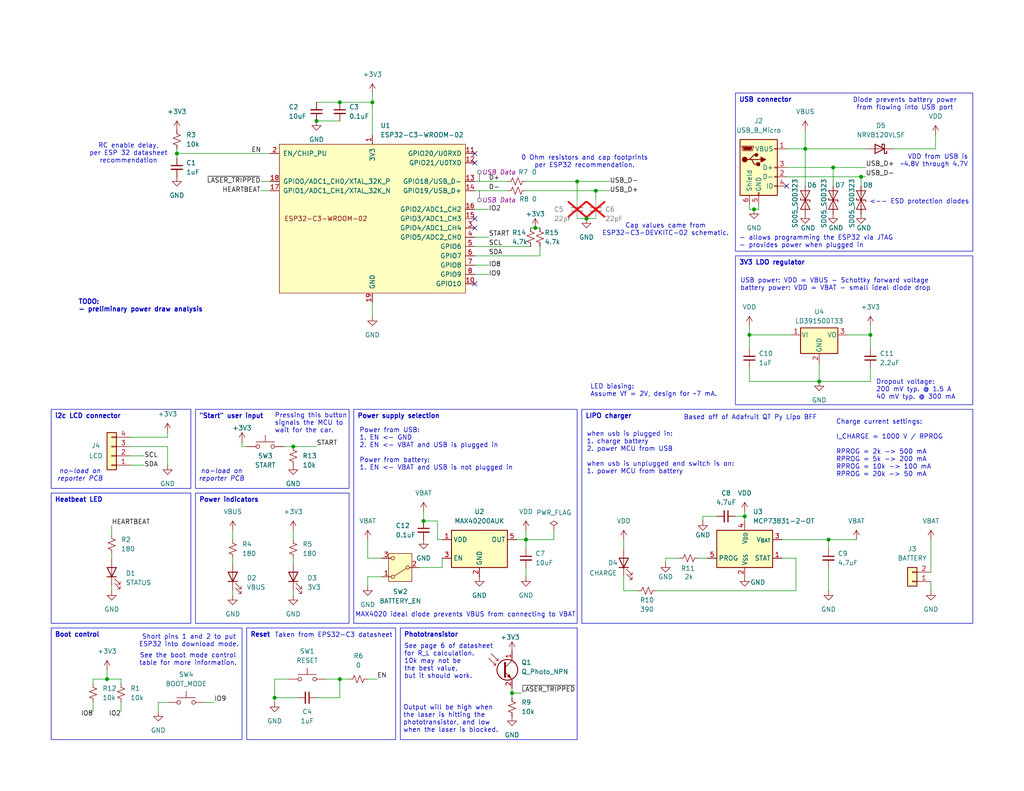
<source format=kicad_sch>
(kicad_sch (version 20231120) (generator "eeschema") (generator_version "8.0")
  (paper "USLetter")
  (title_block (title "laser photogate ESP32 board") (date "2024-03-24") (rev "1") (company "Trevor Vannoy"))
  (lib_symbols
    (symbol "Analog_Switch:MAX40200AUK"
      (property "Reference" "U" (at -6.35 6.35 0))
      (property "Value" "MAX40200AUK" (at 7.62 6.35 0))
      (symbol "MAX40200AUK_1_1"
        (pin power_in line (at -10.16 2.54 0) (length 2.54) (name "VDD") (number "1"))
        (pin power_in line (at 0 -7.62 90) (length 2.54) (name "GND") (number "2"))
        (pin input line (at -10.16 -2.54 0) (length 2.54) (name "EN") (number "3"))
        (pin no_connect line (at 7.62 -2.54 180) (length 2.54) hide (name "NC") (number "4"))
        (pin passive line (at 10.16 2.54 180) (length 2.54) (name "OUT") (number "5"))
      )
    )
    (symbol "Battery_Management:MCP73831-2-OT"
      (property "Reference" "U" (at -7.62 6.35 0))
      (property "Value" "MCP73831-2-OT" (at 1.27 6.35 0))
      (symbol "MCP73831-2-OT_1_1"
        (pin tri_state line (at 10.16 -2.54 180) (length 2.54) (name "STAT") (number "1"))
        (pin power_in line (at 0 -7.62 90) (length 2.54) (name "V_{SS}") (number "2"))
        (pin power_out line (at 10.16 2.54 180) (length 2.54) (name "V_{BAT}") (number "3"))
        (pin power_in line (at 0 7.62 270) (length 2.54) (name "V_{DD}") (number "4"))
        (pin input line (at -10.16 -2.54 0) (length 2.54) (name "PROG") (number "5"))
      )
    )
    (symbol "Connector:USB_B_Micro" (pin_names (offset 1.016))
      (property "Reference" "J" (at -5.08 11.43 0))
      (property "Value" "USB_B_Micro" (at -5.08 8.89 0))
      (symbol "USB_B_Micro_1_1"
        (pin power_out line (at 7.62 5.08 180) (length 2.54) (name "VBUS") (number "1"))
        (pin bidirectional line (at 7.62 -2.54 180) (length 2.54) (name "D-") (number "2"))
        (pin bidirectional line (at 7.62 0 180) (length 2.54) (name "D+") (number "3"))
        (pin passive line (at 7.62 -5.08 180) (length 2.54) (name "ID") (number "4"))
        (pin power_out line (at 0 -10.16 90) (length 2.54) (name "GND") (number "5"))
        (pin passive line (at -2.54 -10.16 90) (length 2.54) (name "Shield") (number "6"))
      )
    )
    (symbol "Connector_Generic:Conn_01x02" (pin_names (offset 1.016) hide)
      (property "Reference" "J" (at 0 2.54 0))
      (property "Value" "Conn_01x02" (at 0 -5.08 0))
      (symbol "Conn_01x02_1_1"
        (pin passive line (at -5.08 0 0) (length 3.81) (name "Pin_1") (number "1"))
        (pin passive line (at -5.08 -2.54 0) (length 3.81) (name "Pin_2") (number "2"))
      )
    )
    (symbol "Connector_Generic:Conn_01x04" (pin_names (offset 1.016) hide)
      (property "Reference" "J" (at 0 5.08 0))
      (property "Value" "Conn_01x04" (at 0 -7.62 0))
      (symbol "Conn_01x04_1_1"
        (pin passive line (at -5.08 2.54 0) (length 3.81) (name "Pin_1") (number "1"))
        (pin passive line (at -5.08 0 0) (length 3.81) (name "Pin_2") (number "2"))
        (pin passive line (at -5.08 -2.54 0) (length 3.81) (name "Pin_3") (number "3"))
        (pin passive line (at -5.08 -5.08 0) (length 3.81) (name "Pin_4") (number "4"))
      )
    )
    (symbol "Device:C_Small" (pin_numbers hide) (pin_names (offset 0.254) hide)
      (property "Reference" "C" (at 0.254 1.778 0))
      (property "Value" "C_Small" (at 0.254 -2.032 0))
      (symbol "C_Small_1_1"
        (pin passive line (at 0 2.54 270) (length 2.032) (name "~") (number "1"))
        (pin passive line (at 0 -2.54 90) (length 2.032) (name "~") (number "2"))
      )
    )
    (symbol "Device:D_Schottky" (pin_numbers hide) (pin_names (offset 1.016) hide)
      (property "Reference" "D" (at 0 2.54 0))
      (property "Value" "D_Schottky" (at 0 -2.54 0))
      (symbol "D_Schottky_1_1"
        (pin passive line (at -3.81 0 0) (length 2.54) (name "K") (number "1"))
        (pin passive line (at 3.81 0 180) (length 2.54) (name "A") (number "2"))
      )
    )
    (symbol "Device:LED" (pin_numbers hide) (pin_names (offset 1.016) hide)
      (property "Reference" "D" (at 0 2.54 0))
      (property "Value" "LED" (at 0 -2.54 0))
      (symbol "LED_1_1"
        (pin passive line (at -3.81 0 0) (length 2.54) (name "K") (number "1"))
        (pin passive line (at 3.81 0 180) (length 2.54) (name "A") (number "2"))
      )
    )
    (symbol "Device:Q_Photo_NPN" (pin_names (offset 0) hide)
      (property "Reference" "Q" (at 5.08 1.27 0))
      (property "Value" "Q_Photo_NPN" (at 5.08 -1.27 0))
      (symbol "Q_Photo_NPN_1_1"
        (pin passive line (at 2.54 5.08 270) (length 2.54) (name "C") (number "1"))
        (pin passive line (at 2.54 -5.08 90) (length 2.54) (name "E") (number "2"))
      )
    )
    (symbol "Device:R_Small_US" (pin_numbers hide) (pin_names (offset 0.254) hide)
      (property "Reference" "R" (at 0.762 0.508 0))
      (property "Value" "R_Small_US" (at 0.762 -1.016 0))
      (symbol "R_Small_US_1_1"
        (pin passive line (at 0 2.54 270) (length 1.016) (name "~") (number "1"))
        (pin passive line (at 0 -2.54 90) (length 1.016) (name "~") (number "2"))
      )
    )
    (symbol "Diode:SD05_SOD323" (pin_numbers hide) (pin_names (offset 1.016) hide)
      (property "Reference" "D" (at 0 2.54 0))
      (property "Value" "SD05_SOD323" (at 0 -2.54 0))
      (symbol "SD05_SOD323_1_1"
        (pin passive line (at -3.81 0 0) (length 2.54) (name "A1") (number "1"))
        (pin passive line (at 3.81 0 180) (length 2.54) (name "A2") (number "2"))
      )
    )
    (symbol "PCM_Espressif:ESP32-C3-WROOM-02" (pin_names (offset 1.016))
      (property "Reference" "U" (at -25.4 25.4 0))
      (property "Value" "ESP32-C3-WROOM-02" (at -25.4 22.86 0))
      (symbol "ESP32-C3-WROOM-02_0_0"
        (text "ESP32-C3-WROOM-02" (at -12.7 0 0) (effects (font (size 1.27 1.27))))
      )
      (symbol "ESP32-C3-WROOM-02_1_1"
        (pin power_in line (at 0 22.86 270) (length 2.54) (name "3V3") (number "1"))
        (pin bidirectional line (at 27.94 -17.78 180) (length 2.54) (name "GPIO10") (number "10"))
        (pin bidirectional line (at 27.94 17.78 180) (length 2.54) (name "GPIO20/U0RXD") (number "11"))
        (pin bidirectional line (at 27.94 15.24 180) (length 2.54) (name "GPIO21/U0TXD") (number "12"))
        (pin bidirectional line (at 27.94 10.16 180) (length 2.54) (name "GPIO18/USB_D-") (number "13"))
        (pin bidirectional line (at 27.94 7.62 180) (length 2.54) (name "GPIO19/USB_D+") (number "14"))
        (pin bidirectional line (at 27.94 0 180) (length 2.54) (name "GPIO3/ADC1_CH3") (number "15"))
        (pin bidirectional line (at 27.94 2.54 180) (length 2.54) (name "GPIO2/ADC1_CH2") (number "16"))
        (pin bidirectional line (at -27.94 7.62 0) (length 2.54) (name "GPIO1/ADC1_CH1/XTAL_32K_N") (number "17"))
        (pin bidirectional line (at -27.94 10.16 0) (length 2.54) (name "GPIO0/ADC1_CH0/XTAL_32K_P") (number "18"))
        (pin power_in line (at 0 -22.86 90) (length 2.54) (name "GND") (number "19"))
        (pin input line (at -27.94 17.78 0) (length 2.54) (name "EN/CHIP_PU") (number "2"))
        (pin bidirectional line (at 27.94 -2.54 180) (length 2.54) (name "GPIO4/ADC1_CH4") (number "3"))
        (pin bidirectional line (at 27.94 -5.08 180) (length 2.54) (name "GPIO5/ADC2_CH0") (number "4"))
        (pin bidirectional line (at 27.94 -7.62 180) (length 2.54) (name "GPIO6") (number "5"))
        (pin bidirectional line (at 27.94 -10.16 180) (length 2.54) (name "GPIO7") (number "6"))
        (pin bidirectional line (at 27.94 -12.7 180) (length 2.54) (name "GPIO8") (number "7"))
        (pin bidirectional line (at 27.94 -15.24 180) (length 2.54) (name "GPIO9") (number "8"))
        (pin passive line (at 0 -22.86 90) (length 2.54) hide (name "GND") (number "9"))
      )
    )
    (symbol "Regulator_Linear:LD39150DT33" (pin_names (offset 0.254))
      (property "Reference" "U" (at -3.81 3.175 0))
      (property "Value" "LD39150DT33" (at 0 3.175 0))
      (symbol "LD39150DT33_1_1"
        (pin power_in line (at -7.62 0 0) (length 2.54) (name "VI") (number "1"))
        (pin power_in line (at 0 -7.62 90) (length 2.54) (name "GND") (number "2"))
        (pin power_out line (at 7.62 0 180) (length 2.54) (name "VO") (number "3"))
      )
    )
    (symbol "Switch:SW_Push" (pin_numbers hide) (pin_names (offset 1.016) hide)
      (property "Reference" "SW" (at 1.27 2.54 0))
      (property "Value" "SW_Push" (at 0 -1.524 0))
      (symbol "SW_Push_0_1"
        (pin passive line (at -5.08 0 0) (length 2.54) (name "1") (number "1"))
        (pin passive line (at 5.08 0 180) (length 2.54) (name "2") (number "2"))
      )
    )
    (symbol "Switch:SW_SPDT" (pin_names (offset 0) hide)
      (property "Reference" "SW" (at 0 5.08 0))
      (property "Value" "SW_SPDT" (at 0 -5.08 0))
      (symbol "SW_SPDT_1_1"
        (pin passive line (at 5.08 2.54 180) (length 2.54) (name "A") (number "1"))
        (pin passive line (at -5.08 0 0) (length 2.54) (name "B") (number "2"))
        (pin passive line (at 5.08 -2.54 180) (length 2.54) (name "C") (number "3"))
      )
    )
    (symbol "power:+3V3" (power) (pin_numbers hide) (pin_names (offset 0) hide)
      (property "Value" "+3V3" (at 0 3.556 0))
      (symbol "+3V3_1_1"
        (pin power_in line (at 0 0 90) (length 0) (name "~") (number "1"))
      )
    )
    (symbol "power:GND" (power) (pin_numbers hide) (pin_names (offset 0) hide)
      (property "Value" "GND" (at 0 -3.81 0))
      (symbol "GND_1_1"
        (pin power_in line (at 0 0 270) (length 0) (name "~") (number "1"))
      )
    )
    (symbol "power:PWR_FLAG" (power) (pin_numbers hide) (pin_names (offset 0) hide)
      (property "Value" "PWR_FLAG" (at 0 3.81 0))
      (symbol "PWR_FLAG_0_0"
        (pin power_out line (at 0 0 90) (length 0) (name "~") (number "1"))
      )
    )
    (symbol "power:VBUS" (power) (pin_numbers hide) (pin_names (offset 0) hide)
      (property "Value" "VBUS" (at 0 3.556 0))
      (symbol "VBUS_1_1"
        (pin power_in line (at 0 0 90) (length 0) (name "~") (number "1"))
      )
    )
    (symbol "power:VCC" (power) (pin_numbers hide) (pin_names (offset 0) hide)
      (property "Value" "VCC" (at 0 3.556 0))
      (symbol "VCC_1_1"
        (pin power_in line (at 0 0 90) (length 0) (name "~") (number "1"))
      )
    )
    (symbol "power:VDD" (power) (pin_numbers hide) (pin_names (offset 0) hide)
      (property "Value" "VDD" (at 0 3.556 0))
      (symbol "VDD_1_1"
        (pin power_in line (at 0 0 90) (length 0) (name "~") (number "1"))
      )
    )
  )
  (junction (at 219.71 40.64))
  (junction (at 204.47 91.44))
  (junction (at 92.71 27.94))
  (junction (at 157.48 49.53))
  (junction (at 139.7 189.23))
  (junction (at 234.95 48.26))
  (junction (at 115.57 142.24))
  (junction (at 237.49 91.44))
  (junction (at 101.6 27.94))
  (junction (at 146.05 62.23))
  (junction (at 48.26 41.91))
  (junction (at 143.51 147.32))
  (junction (at 162.56 52.07))
  (junction (at 226.06 147.32))
  (junction (at 74.93 190.5))
  (junction (at 203.2 140.97))
  (junction (at 86.36 33.02))
  (junction (at 223.52 104.14))
  (junction (at 92.71 185.42))
  (junction (at 227.33 45.72))
  (junction (at 160.02 59.69))
  (junction (at 205.74 57.15))
  (junction (at 80.01 121.92))
  (junction (at 29.21 185.42))
  (no_connect (at 129.54 77.47))
  (no_connect (at 129.54 44.45))
  (no_connect (at 129.54 41.91))
  (no_connect (at 129.54 59.69))
  (no_connect (at 129.54 62.23))
  (no_connect (at 214.63 50.8))
  (wire (pts (xy 80.01 152.4) (xy 80.01 153.67)))
  (wire (pts (xy 74.93 185.42) (xy 74.93 190.5)))
  (wire (pts (xy 157.48 49.53) (xy 166.37 49.53)))
  (wire (pts (xy 100.33 185.42) (xy 102.87 185.42)))
  (wire (pts (xy 173.99 161.29) (xy 170.18 161.29)))
  (wire (pts (xy 204.47 57.15) (xy 204.47 55.88)))
  (wire (pts (xy 80.01 161.29) (xy 80.01 162.56)))
  (wire (pts (xy 214.63 48.26) (xy 234.95 48.26)))
  (wire (pts (xy 129.54 69.85) (xy 147.32 69.85)))
  (wire (pts (xy 219.71 40.64) (xy 236.22 40.64)))
  (wire (pts (xy 81.28 190.5) (xy 74.93 190.5)))
  (wire (pts (xy 143.51 157.48) (xy 143.51 154.94)))
  (wire (pts (xy 129.54 64.77) (xy 133.35 64.77)))
  (wire (pts (xy 143.51 52.07) (xy 162.56 52.07)))
  (wire (pts (xy 254 147.32) (xy 254 156.21)))
  (wire (pts (xy 190.5 152.4) (xy 193.04 152.4)))
  (wire (pts (xy 92.71 190.5) (xy 86.36 190.5)))
  (wire (pts (xy 237.49 91.44) (xy 237.49 95.25)))
  (wire (pts (xy 43.18 191.77) (xy 43.18 194.31)))
  (wire (pts (xy 234.95 48.26) (xy 236.22 48.26)))
  (wire (pts (xy 146.05 62.23) (xy 147.32 62.23)))
  (wire (pts (xy 129.54 52.07) (xy 138.43 52.07)))
  (wire (pts (xy 234.95 48.26) (xy 234.95 50.8)))
  (wire (pts (xy 203.2 140.97) (xy 203.2 142.24)))
  (wire (pts (xy 139.7 187.96) (xy 139.7 189.23)))
  (wire (pts (xy 101.6 82.55) (xy 101.6 86.36)))
  (wire (pts (xy 144.78 62.23) (xy 146.05 62.23)))
  (wire (pts (xy 101.6 27.94) (xy 101.6 36.83)))
  (wire (pts (xy 92.71 185.42) (xy 92.71 190.5)))
  (wire (pts (xy 147.32 67.31) (xy 147.32 69.85)))
  (wire (pts (xy 74.93 190.5) (xy 74.93 191.77)))
  (wire (pts (xy 237.49 104.14) (xy 237.49 100.33)))
  (wire (pts (xy 55.88 191.77) (xy 58.42 191.77)))
  (wire (pts (xy 45.72 118.11) (xy 45.72 119.38)))
  (wire (pts (xy 100.33 152.4) (xy 104.14 152.4)))
  (wire (pts (xy 207.01 57.15) (xy 207.01 55.88)))
  (wire (pts (xy 30.48 151.13) (xy 30.48 152.4)))
  (wire (pts (xy 33.02 191.77) (xy 33.02 194.31)))
  (wire (pts (xy 214.63 45.72) (xy 227.33 45.72)))
  (wire (pts (xy 160.02 59.69) (xy 162.56 59.69)))
  (wire (pts (xy 223.52 104.14) (xy 237.49 104.14)))
  (wire (pts (xy 157.48 49.53) (xy 157.48 54.61)))
  (wire (pts (xy 223.52 99.06) (xy 223.52 104.14)))
  (wire (pts (xy 129.54 57.15) (xy 133.35 57.15)))
  (wire (pts (xy 25.4 191.77) (xy 25.4 194.31)))
  (wire (pts (xy 143.51 147.32) (xy 143.51 149.86)))
  (wire (pts (xy 115.57 139.7) (xy 115.57 142.24)))
  (wire (pts (xy 226.06 147.32) (xy 233.68 147.32)))
  (wire (pts (xy 143.51 147.32) (xy 143.51 144.78)))
  (wire (pts (xy 119.38 142.24) (xy 119.38 147.32)))
  (wire (pts (xy 205.74 57.15) (xy 207.01 57.15)))
  (wire (pts (xy 139.7 189.23) (xy 139.7 190.5)))
  (wire (pts (xy 35.56 127) (xy 39.37 127)))
  (wire (pts (xy 80.01 144.78) (xy 80.01 147.32)))
  (wire (pts (xy 129.54 49.53) (xy 138.43 49.53)))
  (wire (pts (xy 204.47 88.9) (xy 204.47 91.44)))
  (wire (pts (xy 114.3 154.94) (xy 120.65 154.94)))
  (wire (pts (xy 63.5 161.29) (xy 63.5 162.56)))
  (wire (pts (xy 205.74 57.15) (xy 204.47 57.15)))
  (wire (pts (xy 43.18 191.77) (xy 45.72 191.77)))
  (wire (pts (xy 204.47 104.14) (xy 223.52 104.14)))
  (wire (pts (xy 119.38 147.32) (xy 120.65 147.32)))
  (wire (pts (xy 115.57 142.24) (xy 119.38 142.24)))
  (wire (pts (xy 227.33 50.8) (xy 227.33 45.72)))
  (wire (pts (xy 204.47 95.25) (xy 204.47 91.44)))
  (wire (pts (xy 86.36 27.94) (xy 92.71 27.94)))
  (wire (pts (xy 30.48 160.02) (xy 30.48 161.29)))
  (wire (pts (xy 71.12 52.07) (xy 73.66 52.07)))
  (wire (pts (xy 217.17 161.29) (xy 217.17 152.4)))
  (wire (pts (xy 88.9 185.42) (xy 92.71 185.42)))
  (wire (pts (xy 100.33 147.32) (xy 100.33 152.4)))
  (wire (pts (xy 71.12 49.53) (xy 73.66 49.53)))
  (wire (pts (xy 227.33 45.72) (xy 236.22 45.72)))
  (wire (pts (xy 204.47 100.33) (xy 204.47 104.14)))
  (wire (pts (xy 66.04 120.65) (xy 66.04 121.92)))
  (wire (pts (xy 200.66 140.97) (xy 203.2 140.97)))
  (wire (pts (xy 77.47 121.92) (xy 80.01 121.92)))
  (wire (pts (xy 191.77 142.24) (xy 191.77 140.97)))
  (wire (pts (xy 255.27 40.64) (xy 255.27 36.83)))
  (wire (pts (xy 48.26 41.91) (xy 48.26 43.18)))
  (wire (pts (xy 203.2 139.7) (xy 203.2 140.97)))
  (wire (pts (xy 226.06 154.94) (xy 226.06 161.29)))
  (wire (pts (xy 129.54 72.39) (xy 133.35 72.39)))
  (wire (pts (xy 213.36 147.32) (xy 226.06 147.32)))
  (wire (pts (xy 92.71 27.94) (xy 101.6 27.94)))
  (wire (pts (xy 29.21 185.42) (xy 25.4 185.42)))
  (wire (pts (xy 170.18 147.32) (xy 170.18 149.86)))
  (wire (pts (xy 63.5 152.4) (xy 63.5 153.67)))
  (wire (pts (xy 157.48 59.69) (xy 160.02 59.69)))
  (wire (pts (xy 35.56 119.38) (xy 45.72 119.38)))
  (wire (pts (xy 80.01 121.92) (xy 86.36 121.92)))
  (wire (pts (xy 237.49 88.9) (xy 237.49 91.44)))
  (wire (pts (xy 63.5 144.78) (xy 63.5 147.32)))
  (wire (pts (xy 78.74 185.42) (xy 74.93 185.42)))
  (wire (pts (xy 204.47 91.44) (xy 215.9 91.44)))
  (wire (pts (xy 29.21 182.88) (xy 29.21 185.42)))
  (wire (pts (xy 143.51 147.32) (xy 140.97 147.32)))
  (wire (pts (xy 214.63 40.64) (xy 219.71 40.64)))
  (wire (pts (xy 92.71 185.42) (xy 95.25 185.42)))
  (wire (pts (xy 129.54 67.31) (xy 144.78 67.31)))
  (wire (pts (xy 143.51 49.53) (xy 157.48 49.53)))
  (wire (pts (xy 29.21 185.42) (xy 33.02 185.42)))
  (wire (pts (xy 243.84 40.64) (xy 255.27 40.64)))
  (wire (pts (xy 139.7 189.23) (xy 142.24 189.23)))
  (wire (pts (xy 48.26 40.64) (xy 48.26 41.91)))
  (wire (pts (xy 35.56 121.92) (xy 45.72 121.92)))
  (wire (pts (xy 219.71 40.64) (xy 219.71 50.8)))
  (wire (pts (xy 179.07 161.29) (xy 217.17 161.29)))
  (wire (pts (xy 25.4 185.42) (xy 25.4 186.69)))
  (wire (pts (xy 226.06 149.86) (xy 226.06 147.32)))
  (wire (pts (xy 162.56 52.07) (xy 162.56 54.61)))
  (wire (pts (xy 143.51 147.32) (xy 151.13 147.32)))
  (wire (pts (xy 254 158.75) (xy 254 161.29)))
  (wire (pts (xy 213.36 152.4) (xy 217.17 152.4)))
  (wire (pts (xy 100.33 157.48) (xy 100.33 160.02)))
  (wire (pts (xy 66.04 121.92) (xy 67.31 121.92)))
  (wire (pts (xy 231.14 91.44) (xy 237.49 91.44)))
  (wire (pts (xy 104.14 157.48) (xy 100.33 157.48)))
  (wire (pts (xy 191.77 140.97) (xy 195.58 140.97)))
  (wire (pts (xy 170.18 161.29) (xy 170.18 157.48)))
  (wire (pts (xy 219.71 35.56) (xy 219.71 40.64)))
  (wire (pts (xy 162.56 52.07) (xy 166.37 52.07)))
  (wire (pts (xy 45.72 121.92) (xy 45.72 127)))
  (wire (pts (xy 33.02 185.42) (xy 33.02 186.69)))
  (wire (pts (xy 181.61 153.67) (xy 181.61 152.4)))
  (wire (pts (xy 35.56 124.46) (xy 39.37 124.46)))
  (wire (pts (xy 129.54 74.93) (xy 133.35 74.93)))
  (wire (pts (xy 101.6 25.4) (xy 101.6 27.94)))
  (wire (pts (xy 86.36 33.02) (xy 92.71 33.02)))
  (wire (pts (xy 181.61 152.4) (xy 185.42 152.4)))
  (wire (pts (xy 48.26 41.91) (xy 73.66 41.91)))
  (wire (pts (xy 151.13 147.32) (xy 151.13 144.78)))
  (wire (pts (xy 30.48 143.51) (xy 30.48 146.05)))
  (wire (pts (xy 120.65 154.94) (xy 120.65 152.4)))
  (text_box "Heatbeat LED" (at 13.97 134.62 0) (size 38.1 35.56) (effects (font (size 1.27 1.27) (thickness 0.254) (bold yes)) (justify left top)))
  (text_box "Boot control" (at 13.97 171.45 0) (size 52.07 30.48) (effects (font (size 1.27 1.27) (thickness 0.254) (bold yes)) (justify left top)))
  (text_box "\"Start\" user input" (at 53.34 111.76 0) (size 41.91 21.59) (effects (font (size 1.27 1.27) (thickness 0.254) (bold yes)) (justify left top)))
  (text_box "Power indicators" (at 53.34 134.62 0) (size 41.91 35.56) (effects (font (size 1.27 1.27) (thickness 0.254) (bold yes)) (justify left top)))
  (text_box "Reset" (at 67.31 171.45 0) (size 40.64 30.48) (effects (font (size 1.27 1.27) (thickness 0.254) (bold yes)) (justify left top)))
  (text_box "USB connector" (at 200.66 25.4 0) (size 64.77 43.18) (effects (font (size 1.27 1.27) (bold yes)) (justify left top)))
  (text_box "i2c LCD connector" (at 13.97 111.76 0) (size 38.1 21.59) (effects (font (size 1.27 1.27) (bold yes)) (justify left top)))
  (text_box "Phototransistor" (at 109.22 171.45 0) (size 48.26 30.48) (effects (font (size 1.27 1.27) (thickness 0.254) (bold yes)) (justify left top)))
  (text_box "LIPO charger" (at 158.75 111.76 0) (size 106.68 58.42) (effects (font (size 1.27 1.27) (thickness 0.254) (bold yes)) (justify left top)))
  (text_box "3V3 LDO regulator" (at 200.66 69.85 0) (size 64.77 40.64) (effects (font (size 1.27 1.27) (bold yes)) (justify left top)))
  (text_box "Power supply selection" (at 96.52 111.76 0) (size 60.96 58.42) (effects (font (size 1.27 1.27) (bold yes)) (justify left top)))
  (text "Short pins 1 and 2 to put\nESP32 into download mode." (at 51.562 175.006 0) (effects (font (size 1.27 1.27))))
  (text "Dropout voltage:\n200 mV typ. @ 1.5 A\n40 mV typ. @ 300 mA" (at 239.014 106.426 0) (effects (font (size 1.27 1.27)) (justify left)))
  (text "when usb is plugged in:\n1. charge battery\n2. power MCU from USB\n\nwhen usb is unplugged and switch is on:\n1. power MCU from battery " (at 160.02 123.698 0) (effects (font (size 1.27 1.27)) (justify left)))
  (text "VDD from USB is\n~4.8V through 4.7V" (at 264.16 43.942 0) (effects (font (size 1.27 1.27)) (justify right)))
  (text "- allows programming the ESP32 via JTAG\n- provides power when plugged in" (at 201.676 66.04 0) (effects (font (size 1.27 1.27)) (justify left)))
  (text "Based off of Adafruit QT Py Lipo BFF" (at 204.724 114.046 0) (effects (font (size 1.27 1.27))))
  (text "Diode prevents battery power\nfrom flowing into USB port" (at 246.888 28.448 0) (effects (font (size 1.27 1.27))))
  (text "0 Ohm resistors and cap footprints\nper ESP32 recommendation.\n" (at 159.512 44.196 0) (effects (font (size 1.27 1.27))))
  (text "TODO:\n- preliminary power draw analysis\n" (at 21.336 83.566 0) (effects (font (size 1.27 1.27) (thickness 0.254) (bold yes)) (justify left)))
  (text "Power from USB:\n1. EN <- GND\n2. EN <- VBAT and USB is plugged in\n\nPower from battery:\n1. EN <- VBAT and USB is not plugged in" (at 98.044 122.682 0) (effects (font (size 1.27 1.27)) (justify left)))
  (text "no-load on\nreporter PCB" (at 21.844 129.794 0) (effects (font (size 1.27 1.27) (italic yes))))
  (text "Output will be high when \nthe laser is hitting the\nphototransistor, and low \nwhen the laser is blocked." (at 109.982 196.342 0) (effects (font (size 1.27 1.27)) (justify left)))
  (text "Pressing this button\nsignals the MCU to\nwait for the car." (at 74.93 115.57 0) (effects (font (size 1.27 1.27)) (justify left)))
  (text "See page 6 of datasheet\nfor R_L calculation. \n10k may not be\nthe best value,\nbut it should work." (at 110.236 180.594 0) (effects (font (size 1.27 1.27)) (justify left)))
  (text "See the boot mode control\ntable for more information." (at 51.308 180.086 0) (effects (font (size 1.27 1.27))))
  (text "MAX4020 ideal diode prevents VBUS from connecting to VBAT" (at 127 167.894 0) (effects (font (size 1.27 1.27))))
  (text "Taken from EPS32-C3 datasheet" (at 74.93 173.482 0) (effects (font (size 1.27 1.27)) (justify left)))
  (text "USB power: VDD = VBUS - Schottky forward voltage \nbattery power: VDD = VBAT - small ideal diode drop" (at 201.93 77.724 0) (effects (font (size 1.27 1.27)) (justify left)))
  (text "LED biasing:\nAssume Vf = 2V, design for ~7 mA.\n" (at 161.036 106.68 0) (effects (font (size 1.27 1.27)) (justify left)))
  (text "Charge current settings:\n\nI_CHARGE = 1000 V / RPROG \n\nRPROG = 2k -> 500 mA\nRPROG = 5k -> 200 mA\nRPROG = 10k -> 100 mA\nRPROG = 20k -> 50 mA" (at 228.092 122.428 0) (effects (font (size 1.27 1.27)) (justify left)))
  (text "RC enable delay,\nper ESP 32 datasheet\nrecommendation" (at 35.052 41.91 0) (effects (font (size 1.27 1.27))))
  (text "Cap values came from\nESP32-C3-DEVKITC-02 schematic." (at 181.61 62.738 0) (effects (font (size 1.27 1.27))))
  (text "<-- ESD protection diodes" (at 237.236 55.118 0) (effects (font (size 1.27 1.27)) (justify left)))
  (text "no-load on\nreporter PCB" (at 60.452 129.794 0) (effects (font (size 1.27 1.27) (italic yes))))
  (label "IO2" (at 33.02 194.31 180))
  (label "HEARTBEAT" (at 30.48 143.51 0))
  (label "SDA" (at 39.37 127 0))
  (label "USB_D-" (at 236.22 48.26 0))
  (label "EN" (at 102.87 185.42 0))
  (label "SCL" (at 133.35 67.31 0))
  (label "START" (at 133.35 64.77 0))
  (label "USB_D+" (at 166.37 52.07 0))
  (label "USB_D-" (at 166.37 49.53 0))
  (label "USB_D+" (at 236.22 45.72 0))
  (label "SDA" (at 133.35 69.85 0))
  (label "HEARTBEAT" (at 71.12 52.07 180))
  (label "IO9" (at 133.35 74.93 0))
  (label "IO2" (at 133.35 57.15 0))
  (label "START" (at 86.36 121.92 0))
  (label "IO9" (at 58.42 191.77 0))
  (label "~{LASER_TRIPPED}" (at 71.12 49.53 180))
  (label "~{LASER_TRIPPED}" (at 142.24 189.23 0))
  (label "IO8" (at 25.4 194.31 180))
  (label "EN" (at 68.58 41.91 0))
  (label "D-" (at 133.35 52.07 0))
  (label "D+" (at 133.35 49.53 0))
  (label "SCL" (at 39.37 124.46 0))
  (label "IO8" (at 133.35 72.39 0))
  (netclass_flag "" (length 2.54) (shape round) (at 130.81 52.07 180) (property "Netclass" "USB Data" (at 131.5085 54.61 0) (effects (font (italic yes)) (justify left))))
  (netclass_flag "" (length 2.54) (shape round) (at 130.81 49.53 0) (property "Netclass" "USB Data" (at 131.5085 46.99 0) (effects (font (italic yes)) (justify left))))
  (symbol (lib_id "power:+3V3") (at 80.01 144.78 0) (unit 1)
    (property "Reference" "#PWR010" (effects (hide yes)))
    (property "Value" "+3V3" (at 80.01 139.7 0))
    (property "Description" "Power symbol creates a global label with name \"+3V3\"" (effects (hide yes)))
  )
  (symbol (lib_id "power:GND") (at 160.02 59.69 0) (unit 1)
    (property "Reference" "#PWR018" (effects (hide yes)))
    (property "Value" "GND" (at 160.02 64.77 0))
    (property "Description" "Power symbol creates a global label with name \"GND\" , ground" (effects (hide yes)))
  )
  (symbol (lib_id "power:GND") (at 205.74 57.15 0) (unit 1)
    (property "Reference" "#PWR029" (effects (hide yes)))
    (property "Value" "GND" (at 205.74 62.23 0))
    (property "Description" "Power symbol creates a global label with name \"GND\" , ground" (effects (hide yes)))
  )
  (symbol (lib_id "power:GND") (at 143.51 157.48 0) (unit 1)
    (property "Reference" "#PWR022" (effects (hide yes)))
    (property "Value" "GND" (at 143.51 162.56 0))
    (property "Description" "Power symbol creates a global label with name \"GND\" , ground" (effects (hide yes)))
  )
  (symbol (lib_id "power:GND") (at 100.33 160.02 0) (unit 1)
    (property "Reference" "#PWR015" (effects (hide yes)))
    (property "Value" "GND" (at 100.33 165.1 0))
    (property "Description" "Power symbol creates a global label with name \"GND\" , ground" (effects (hide yes)))
  )
  (symbol (lib_id "power:VDD") (at 204.47 88.9 0) (unit 1)
    (property "Reference" "#PWR028" (effects (hide yes)))
    (property "Value" "VDD" (at 204.47 83.82 0))
    (property "Description" "Power symbol creates a global label with name \"VDD\"" (effects (hide yes)))
  )
  (symbol (lib_id "power:GND") (at 45.72 127 0) (unit 1)
    (property "Reference" "#PWR043" (effects (hide yes)))
    (property "Value" "GND" (at 45.72 132.08 0))
    (property "Description" "Power symbol creates a global label with name \"GND\" , ground" (effects (hide yes)))
  )
  (symbol (lib_id "power:VBUS") (at 219.71 35.56 0) (unit 1)
    (property "Reference" "#PWR030" (effects (hide yes)))
    (property "Value" "VBUS" (at 219.71 30.48 0))
    (property "Description" "Power symbol creates a global label with name \"VBUS\"" (effects (hide yes)))
  )
  (symbol (lib_id "Device:LED") (at 30.48 156.21 90) (unit 1)
    (property "Reference" "D1" (at 34.29 156.5274 90) (effects (justify right)))
    (property "Value" "STATUS" (at 34.29 159.0674 90) (effects (justify right)))
    (property "Footprint" "LED_SMD:LED_1206_3216Metric_Pad1.42x1.75mm_HandSolder" (effects (hide yes)))
    (property "Datasheet" "https://mm.digikey.com/Volume0/opasdata/d220001/medias/docus/2715/B1591UY--20C000112U1930.pdf" (effects (hide yes)))
    (property "Description" "Light emitting diode" (effects (hide yes)))
    (property "Part Number" "B1591UY--20C000112U1930" (effects (hide yes)))
  )
  (symbol (lib_id "Switch:SW_Push") (at 50.8 191.77 0) (unit 1)
    (property "Reference" "SW4" (at 50.8 184.15 0))
    (property "Value" "BOOT_MODE" (at 50.8 186.69 0))
    (property "Footprint" "Button_Switch_THT:SW_PUSH_6mm_H4.3mm" (effects (hide yes)))
    (property "Datasheet" "https://www.cuidevices.com/product/resource/ts02.pdf" (effects (hide yes)))
    (property "Description" "Push button switch, generic, two pins" (effects (hide yes)))
    (property "Part Number" "TS02-66-43-BK-260-LCR-D" (effects (hide yes)))
  )
  (symbol (lib_id "power:GND") (at 219.71 58.42 0) (unit 1)
    (property "Reference" "#PWR038" (effects (hide yes)))
    (property "Value" "GND" (at 220.472 62.23 0))
    (property "Description" "Power symbol creates a global label with name \"GND\" , ground" (effects (hide yes)))
  )
  (symbol (lib_id "power:GND") (at 234.95 58.42 0) (unit 1)
    (property "Reference" "#PWR040" (effects (hide yes)))
    (property "Value" "GND" (at 235.712 62.23 0))
    (property "Description" "Power symbol creates a global label with name \"GND\" , ground" (effects (hide yes)))
  )
  (symbol (lib_id "Diode:SD05_SOD323") (at 219.71 54.61 270) (unit 1)
    (property "Reference" "D6" (at 220.218 50.546 90) (effects (justify left)))
    (property "Value" "SD05_SOD323" (at 216.916 48.768 0) (effects (justify left)))
    (property "Footprint" "Diode_SMD:D_SOD-323" (effects (hide yes)))
    (property "Datasheet" "https://www.diodes.com/assets/Datasheets/SD05C.pdf" (effects (hide yes)))
    (property "Description" "5V, 450W Discrete Bidirectional TVS Diode, SOD-323" (effects (hide yes)))
    (property "Part Number" "SD05C-7" (effects (hide yes)))
  )
  (symbol (lib_id "power:GND") (at 63.5 162.56 0) (unit 1)
    (property "Reference" "#PWR07" (effects (hide yes)))
    (property "Value" "GND" (at 63.5 167.64 0))
    (property "Description" "Power symbol creates a global label with name \"GND\" , ground" (effects (hide yes)))
  )
  (symbol (lib_id "Diode:SD05_SOD323") (at 234.95 54.61 270) (unit 1)
    (property "Reference" "D8" (at 235.458 50.546 90) (effects (justify left)))
    (property "Value" "SD05_SOD323" (at 232.41 48.768 0) (effects (justify left)))
    (property "Footprint" "Diode_SMD:D_SOD-323" (effects (hide yes)))
    (property "Datasheet" "https://www.diodes.com/assets/Datasheets/SD05C.pdf" (effects (hide yes)))
    (property "Description" "5V, 450W Discrete Bidirectional TVS Diode, SOD-323" (effects (hide yes)))
    (property "Part Number" "SD05C-7" (effects (hide yes)))
  )
  (symbol (lib_id "Device:C_Small") (at 162.56 57.15 0) (unit 1) (dnp yes)
    (property "Reference" "C6" (at 165.1 57.15 0) (effects (justify left)))
    (property "Value" "22pF" (at 165.1 59.69 0) (effects (justify left)))
    (property "Footprint" "Capacitor_SMD:C_0805_2012Metric_Pad1.18x1.45mm_HandSolder" (effects (hide yes)))
    (property "Description" "Unpolarized capacitor, small symbol" (effects (hide yes)))
    (property "Notes" "50V" (effects (hide yes)))
  )
  (symbol (lib_id "power:VCC") (at 254 147.32 0) (unit 1)
    (property "Reference" "#PWR036" (effects (hide yes)))
    (property "Value" "VBAT" (at 254 142.24 0))
    (property "Description" "Power symbol creates a global label with name \"VCC\"" (effects (hide yes)))
  )
  (symbol (lib_id "Device:Q_Photo_NPN") (at 137.16 182.88 0) (unit 1)
    (property "Reference" "Q1" (at 142.24 180.848 0) (effects (justify left)))
    (property "Value" "Q_Photo_NPN" (at 142.24 183.4006 0) (effects (justify left)))
    (property "Footprint" "LED_THT:LED_D3.0mm_Clear" (effects (hide yes)))
    (property "Datasheet" "https://mm.digikey.com/Volume0/opasdata/d220001/medias/docus/885/ALS-PT204-6C%2CL177.pdf" (effects (hide yes)))
    (property "Description" "NPN phototransistor, collector/emitter" (effects (hide yes)))
    (property "Part Number" "ALS-PT204-6C/L177" (effects (hide yes)))
  )
  (symbol (lib_id "power:GND") (at 203.2 157.48 0) (unit 1)
    (property "Reference" "#PWR027" (effects (hide yes)))
    (property "Value" "GND" (at 206.756 159.004 0))
    (property "Description" "Power symbol creates a global label with name \"GND\" , ground" (effects (hide yes)))
  )
  (symbol (lib_id "Device:R_Small_US") (at 176.53 161.29 90) (unit 1)
    (property "Reference" "R10" (at 176.53 163.83 90))
    (property "Value" "390" (at 176.53 166.37 90))
    (property "Footprint" "Resistor_SMD:R_0805_2012Metric_Pad1.20x1.40mm_HandSolder" (effects (hide yes)))
    (property "Description" "Resistor, small US symbol" (effects (hide yes)))
  )
  (symbol (lib_id "Device:R_Small_US") (at 80.01 124.46 0) (unit 1)
    (property "Reference" "R13" (at 82.55 124.46 0) (effects (justify left)))
    (property "Value" "10k" (at 82.55 127 0) (effects (justify left)))
    (property "Footprint" "Resistor_SMD:R_0805_2012Metric_Pad1.20x1.40mm_HandSolder" (effects (hide yes)))
    (property "Description" "Resistor, small US symbol" (effects (hide yes)))
  )
  (symbol (lib_id "power:+3V3") (at 66.04 120.65 0) (unit 1)
    (property "Reference" "#PWR042" (effects (hide yes)))
    (property "Value" "+3V3" (at 66.04 116.84 0))
    (property "Description" "Power symbol creates a global label with name \"+3V3\"" (effects (hide yes)))
  )
  (symbol (lib_id "Device:C_Small") (at 83.82 190.5 270) (unit 1)
    (property "Reference" "C4" (at 83.82 194.31 90))
    (property "Value" "1uF" (at 83.82 196.85 90))
    (property "Footprint" "Capacitor_SMD:C_0805_2012Metric_Pad1.18x1.45mm_HandSolder" (effects (hide yes)))
    (property "Description" "Unpolarized capacitor, small symbol" (effects (hide yes)))
  )
  (symbol (lib_id "Regulator_Linear:LD39150DT33") (at 223.52 91.44 0) (unit 1)
    (property "Reference" "U4" (at 223.52 85.09 0))
    (property "Value" "LD39150DT33" (at 223.52 87.63 0))
    (property "Footprint" "Package_TO_SOT_SMD:TO-252-3_TabPin2" (effects (hide yes)))
    (property "Datasheet" "https://www.st.com/resource/en/datasheet/ld39150.pdf" (effects (hide yes)))
    (property "Description" "1.5A Ultra Low Dropout regulator, positive, 3.3V fixed output, TO-252" (effects (hide yes)))
    (property "Part Number" "LD39150DT33-R" (effects (hide yes)))
  )
  (symbol (lib_id "power:GND") (at 101.6 86.36 0) (unit 1)
    (property "Reference" "#PWR013" (effects (hide yes)))
    (property "Value" "GND" (at 101.6 91.44 0))
    (property "Description" "Power symbol creates a global label with name \"GND\" , ground" (effects (hide yes)))
  )
  (symbol (lib_id "power:+3V3") (at 29.21 182.88 0) (unit 1)
    (property "Reference" "#PWR01" (effects (hide yes)))
    (property "Value" "+3V3" (at 29.21 177.8 0))
    (property "Description" "Power symbol creates a global label with name \"+3V3\"" (effects (hide yes)))
  )
  (symbol (lib_id "Device:R_Small_US") (at 48.26 38.1 180) (unit 1)
    (property "Reference" "R3" (at 50.8 36.8299 0) (effects (justify right)))
    (property "Value" "10k" (at 50.8 39.3699 0) (effects (justify right)))
    (property "Footprint" "Resistor_SMD:R_0805_2012Metric_Pad1.20x1.40mm_HandSolder" (effects (hide yes)))
    (property "Description" "Resistor, small US symbol" (effects (hide yes)))
  )
  (symbol (lib_id "Device:R_Small_US") (at 187.96 152.4 270) (unit 1)
    (property "Reference" "R11" (at 187.706 155.194 90))
    (property "Value" "2k" (at 187.96 157.48 90))
    (property "Footprint" "Resistor_SMD:R_0805_2012Metric_Pad1.20x1.40mm_HandSolder" (effects (hide yes)))
    (property "Description" "Resistor, small US symbol" (effects (hide yes)))
  )
  (symbol (lib_id "power:VDD") (at 143.51 144.78 0) (unit 1)
    (property "Reference" "#PWR021" (effects (hide yes)))
    (property "Value" "VDD" (at 143.51 139.7 0))
    (property "Description" "Power symbol creates a global label with name \"VDD\"" (effects (hide yes)))
  )
  (symbol (lib_id "power:PWR_FLAG") (at 151.13 144.78 0) (unit 1)
    (property "Reference" "#FLG01" (effects (hide yes)))
    (property "Value" "PWR_FLAG" (at 146.304 139.954 0) (effects (justify left)))
    (property "Description" "Special symbol for telling ERC where power comes from" (effects (hide yes)))
  )
  (symbol (lib_id "Device:R_Small_US") (at 140.97 49.53 90) (unit 1)
    (property "Reference" "R7" (at 142.748 46.99 90))
    (property "Value" "0" (at 145.796 46.99 90))
    (property "Footprint" "Resistor_SMD:R_0805_2012Metric_Pad1.20x1.40mm_HandSolder" (effects (hide yes)))
    (property "Description" "Resistor, small US symbol" (effects (hide yes)))
    (property "Notes" "1%" (effects (hide yes)))
  )
  (symbol (lib_id "power:GND") (at 181.61 153.67 0) (unit 1)
    (property "Reference" "#PWR024" (effects (hide yes)))
    (property "Value" "GND" (at 181.61 157.48 0))
    (property "Description" "Power symbol creates a global label with name \"GND\" , ground" (effects (hide yes)))
  )
  (symbol (lib_id "Connector_Generic:Conn_01x04") (at 30.48 124.46 180) (unit 1)
    (property "Reference" "J4" (at 26.162 121.666 0))
    (property "Value" "LCD" (at 26.162 124.46 0))
    (property "Footprint" "Connector_JST:JST_PH_B4B-PH-K_1x04_P2.00mm_Vertical" (effects (hide yes)))
    (property "Description" "Generic connector, single row, 01x04, script generated (kicad-library-utils/schlib/autogen/connector/)" (effects (hide yes)))
    (property "Part Number" "B4B-PH-K-S" (effects (hide yes)))
  )
  (symbol (lib_id "power:VCC") (at 233.68 147.32 0) (unit 1)
    (property "Reference" "#PWR033" (effects (hide yes)))
    (property "Value" "VBAT" (at 233.68 142.24 0))
    (property "Description" "Power symbol creates a global label with name \"VCC\"" (effects (hide yes)))
  )
  (symbol (lib_id "Device:D_Schottky") (at 240.03 40.64 180) (unit 1)
    (property "Reference" "D5" (at 240.3475 34.29 0))
    (property "Value" "NRVB120VLSF" (at 240.3475 36.83 0))
    (property "Footprint" "Diode_SMD:D_SOD-123F" (effects (hide yes)))
    (property "Datasheet" "https://www.onsemi.com/pdf/datasheet/mbr120vlsft1-d.pdf" (effects (hide yes)))
    (property "Description" "Schottky diode" (effects (hide yes)))
    (property "Part Number" "NRVB120VLSF" (effects (hide yes)))
  )
  (symbol (lib_id "Device:C_Small") (at 204.47 97.79 180) (unit 1)
    (property "Reference" "C10" (at 207.01 96.5135 0) (effects (justify right)))
    (property "Value" "1uF" (at 207.01 99.0535 0) (effects (justify right)))
    (property "Footprint" "Capacitor_SMD:C_0805_2012Metric_Pad1.18x1.45mm_HandSolder" (effects (hide yes)))
    (property "Description" "Unpolarized capacitor, small symbol" (effects (hide yes)))
  )
  (symbol (lib_id "power:GND") (at 227.33 58.42 0) (unit 1)
    (property "Reference" "#PWR039" (effects (hide yes)))
    (property "Value" "GND" (at 228.092 62.23 0))
    (property "Description" "Power symbol creates a global label with name \"GND\" , ground" (effects (hide yes)))
  )
  (symbol (lib_id "Device:LED") (at 170.18 153.67 90) (unit 1)
    (property "Reference" "D4" (at 165.862 153.67 90) (effects (justify right)))
    (property "Value" "CHARGE" (at 160.782 156.464 90) (effects (justify right)))
    (property "Footprint" "LED_SMD:LED_1206_3216Metric_Pad1.42x1.75mm_HandSolder" (effects (hide yes)))
    (property "Datasheet" "https://mm.digikey.com/Volume0/opasdata/d220001/medias/docus/2715/B1591UY--20C000112U1930.pdf" (effects (hide yes)))
    (property "Description" "Light emitting diode" (effects (hide yes)))
    (property "Part Number" "B1591UY--20C000112U1930" (effects (hide yes)))
  )
  (symbol (lib_id "Device:C_Small") (at 198.12 140.97 270) (unit 1)
    (property "Reference" "C8" (at 198.1136 134.62 90))
    (property "Value" "4.7uF" (at 198.1136 137.16 90))
    (property "Footprint" "Capacitor_SMD:C_0805_2012Metric_Pad1.18x1.45mm_HandSolder" (effects (hide yes)))
    (property "Description" "Unpolarized capacitor, small symbol" (effects (hide yes)))
  )
  (symbol (lib_id "Device:R_Small_US") (at 80.01 149.86 0) (unit 1)
    (property "Reference" "R5" (at 82.55 148.5899 0) (effects (justify left)))
    (property "Value" "180" (at 82.55 151.1299 0) (effects (justify left)))
    (property "Footprint" "Resistor_SMD:R_0805_2012Metric_Pad1.20x1.40mm_HandSolder" (effects (hide yes)))
    (property "Description" "Resistor, small US symbol" (effects (hide yes)))
  )
  (symbol (lib_id "power:GND") (at 226.06 161.29 0) (unit 1)
    (property "Reference" "#PWR032" (effects (hide yes)))
    (property "Value" "GND" (at 226.06 166.37 0))
    (property "Description" "Power symbol creates a global label with name \"GND\" , ground" (effects (hide yes)))
  )
  (symbol (lib_id "Device:R_Small_US") (at 63.5 149.86 0) (unit 1)
    (property "Reference" "R4" (at 66.04 148.5899 0) (effects (justify left)))
    (property "Value" "180" (at 66.04 151.1299 0) (effects (justify left)))
    (property "Footprint" "Resistor_SMD:R_0805_2012Metric_Pad1.20x1.40mm_HandSolder" (effects (hide yes)))
    (property "Description" "Resistor, small US symbol" (effects (hide yes)))
  )
  (symbol (lib_id "Battery_Management:MCP73831-2-OT") (at 203.2 149.86 0) (unit 1)
    (property "Reference" "U3" (at 205.3941 139.7 0) (effects (justify left)))
    (property "Value" "MCP73831-2-OT" (at 205.3941 142.24 0) (effects (justify left)))
    (property "Footprint" "Package_TO_SOT_SMD:SOT-23-5" (effects (hide yes)))
    (property "Datasheet" "http://ww1.microchip.com/downloads/en/DeviceDoc/20001984g.pdf" (effects (hide yes)))
    (property "Description" "Single cell, Li-Ion/Li-Po charge management controller, 4.20V, Tri-State Status Output, in SOT23-5 package" (effects (hide yes)))
    (property "Part Number" "MCP73831T-2ACI/OT" (effects (hide yes)))
  )
  (symbol (lib_id "power:GND") (at 191.77 142.24 0) (unit 1)
    (property "Reference" "#PWR025" (effects (hide yes)))
    (property "Value" "GND" (at 191.77 146.05 0))
    (property "Description" "Power symbol creates a global label with name \"GND\" , ground" (effects (hide yes)))
  )
  (symbol (lib_id "power:VCC") (at 100.33 147.32 0) (unit 1)
    (property "Reference" "#PWR014" (effects (hide yes)))
    (property "Value" "VBAT" (at 100.33 142.24 0))
    (property "Description" "Power symbol creates a global label with name \"VCC\"" (effects (hide yes)))
  )
  (symbol (lib_id "Device:LED") (at 80.01 157.48 90) (unit 1)
    (property "Reference" "D3" (at 83.82 157.7974 90) (effects (justify right)))
    (property "Value" "3V3" (at 83.82 160.3374 90) (effects (justify right)))
    (property "Footprint" "LED_SMD:LED_1206_3216Metric_Pad1.42x1.75mm_HandSolder" (effects (hide yes)))
    (property "Datasheet" "https://mm.digikey.com/Volume0/opasdata/d220001/medias/docus/2715/B1591UY--20C000112U1930.pdf" (effects (hide yes)))
    (property "Description" "Light emitting diode" (effects (hide yes)))
    (property "Part Number" "B1591UY--20C000112U1930" (effects (hide yes)))
  )
  (symbol (lib_id "Device:C_Small") (at 115.57 144.78 0) (unit 1)
    (property "Reference" "C12" (at 107.95 143.51 0) (effects (justify left)))
    (property "Value" "0.1uF" (at 107.95 146.05 0) (effects (justify left)))
    (property "Footprint" "Capacitor_SMD:C_0805_2012Metric_Pad1.18x1.45mm_HandSolder" (effects (hide yes)))
    (property "Description" "Unpolarized capacitor, small symbol" (effects (hide yes)))
  )
  (symbol (lib_id "PCM_Espressif:ESP32-C3-WROOM-02") (at 101.6 59.69 0) (unit 1)
    (property "Reference" "U1" (at 103.7941 34.29 0) (effects (justify left)))
    (property "Value" "ESP32-C3-WROOM-02" (at 103.7941 36.83 0) (effects (justify left)))
    (property "Footprint" "PCM_Espressif:ESP32-C3-WROOM-02" (effects (hide yes)))
    (property "Datasheet" "https://www.espressif.com/sites/default/files/documentation/esp32-c3-wroom-02_datasheet_en.pdf" (effects (hide yes)))
    (property "Description" "ESP32-C3-WROOM-02 is a general-purpose Wi-Fi and Bluetooth LE module. This module features a rich set of peripherals and high performance, which makes it an ideal choice for smart home, industrial automation, health care, consumer electronics, etc." (effects (hide yes)))
    (property "Part Number" "ESP32-C3-WROOM-02-N4" (effects (hide yes)))
  )
  (symbol (lib_id "power:GND") (at 223.52 104.14 0) (unit 1)
    (property "Reference" "#PWR031" (effects (hide yes)))
    (property "Value" "GND" (at 223.52 109.22 0))
    (property "Description" "Power symbol creates a global label with name \"GND\" , ground" (effects (hide yes)))
  )
  (symbol (lib_id "power:GND") (at 43.18 194.31 0) (unit 1)
    (property "Reference" "#PWR05" (effects (hide yes)))
    (property "Value" "GND" (at 43.18 199.39 0))
    (property "Description" "Power symbol creates a global label with name \"GND\" , ground" (effects (hide yes)))
  )
  (symbol (lib_id "Device:C_Small") (at 237.49 97.79 180) (unit 1)
    (property "Reference" "C11" (at 240.03 96.5135 0) (effects (justify right)))
    (property "Value" "2.2uF" (at 240.03 99.0535 0) (effects (justify right)))
    (property "Footprint" "Capacitor_SMD:C_0805_2012Metric_Pad1.18x1.45mm_HandSolder" (effects (hide yes)))
    (property "Description" "Unpolarized capacitor, small symbol" (effects (hide yes)))
  )
  (symbol (lib_id "Device:R_Small_US") (at 33.02 189.23 180) (unit 1)
    (property "Reference" "R1" (at 35.56 187.9599 0) (effects (justify right)))
    (property "Value" "10k" (at 35.56 190.4999 0) (effects (justify right)))
    (property "Footprint" "Resistor_SMD:R_0805_2012Metric_Pad1.20x1.40mm_HandSolder" (effects (hide yes)))
    (property "Description" "Resistor, small US symbol" (effects (hide yes)))
  )
  (symbol (lib_id "Device:C_Small") (at 48.26 45.72 0) (unit 1)
    (property "Reference" "C1" (at 50.8 44.4562 0) (effects (justify left)))
    (property "Value" "1uF" (at 50.8 46.9962 0) (effects (justify left)))
    (property "Footprint" "Capacitor_SMD:C_0805_2012Metric_Pad1.18x1.45mm_HandSolder" (effects (hide yes)))
    (property "Description" "Unpolarized capacitor, small symbol" (effects (hide yes)))
  )
  (symbol (lib_id "Connector:USB_B_Micro") (at 207.01 45.72 0) (unit 1)
    (property "Reference" "J2" (at 207.01 33.02 0))
    (property "Value" "USB_B_Micro" (at 207.01 35.56 0))
    (property "Footprint" "Connector_USB:USB_Micro-B_Wuerth_629105150521" (effects (hide yes)))
    (property "Datasheet" "https://www.we-online.com/katalog/datasheet/629105150521.pdf" (effects (hide yes)))
    (property "Description" "USB Micro Type B connector" (effects (hide yes)))
    (property "Part Number" "629105150521" (effects (hide yes)))
  )
  (symbol (lib_id "power:GND") (at 115.57 147.32 0) (unit 1)
    (property "Reference" "#PWR046" (effects (hide yes)))
    (property "Value" "GND" (at 115.57 152.4 0))
    (property "Description" "Power symbol creates a global label with name \"GND\" , ground" (effects (hide yes)))
  )
  (symbol (lib_id "power:VDD") (at 203.2 139.7 0) (unit 1)
    (property "Reference" "#PWR026" (effects (hide yes)))
    (property "Value" "VDD" (at 203.2 134.62 0))
    (property "Description" "Power symbol creates a global label with name \"VDD\"" (effects (hide yes)))
  )
  (symbol (lib_id "power:GND") (at 254 161.29 0) (unit 1)
    (property "Reference" "#PWR037" (effects (hide yes)))
    (property "Value" "GND" (at 254 166.37 0))
    (property "Description" "Power symbol creates a global label with name \"GND\" , ground" (effects (hide yes)))
  )
  (symbol (lib_id "Device:C_Small") (at 92.71 30.48 0) (unit 1)
    (property "Reference" "C3" (at 95.25 29.2162 0) (effects (justify left)))
    (property "Value" "0.1uF" (at 95.25 31.7562 0) (effects (justify left)))
    (property "Footprint" "Capacitor_SMD:C_0805_2012Metric_Pad1.18x1.45mm_HandSolder" (effects (hide yes)))
    (property "Description" "Unpolarized capacitor, small symbol" (effects (hide yes)))
  )
  (symbol (lib_id "power:GND") (at 139.7 195.58 0) (unit 1)
    (property "Reference" "#PWR020" (effects (hide yes)))
    (property "Value" "GND" (at 139.7 200.66 0))
    (property "Description" "Power symbol creates a global label with name \"GND\" , ground" (effects (hide yes)))
  )
  (symbol (lib_id "Device:R_Small_US") (at 147.32 64.77 0) (unit 1)
    (property "Reference" "R15" (at 148.59 63.5 0) (effects (justify left)))
    (property "Value" "4.7k" (at 148.59 66.04 0) (effects (justify left)))
    (property "Footprint" "Resistor_SMD:R_0805_2012Metric_Pad1.20x1.40mm_HandSolder" (effects (hide yes)))
    (property "Description" "Resistor, small US symbol" (effects (hide yes)))
  )
  (symbol (lib_id "Switch:SW_SPDT") (at 109.22 154.94 180) (unit 1)
    (property "Reference" "SW2" (at 109.22 161.544 0))
    (property "Value" "BATTERY_EN" (at 109.22 164.084 0))
    (property "Footprint" "Button_Switch_THT:SW_E-Switch_EG1224_SPDT_Angled" (effects (hide yes)))
    (property "Datasheet" "https://sten-eswitch-13110800-production.s3.amazonaws.com/system/asset/product_line/data_sheet/119/EG.pdf" (effects (hide yes)))
    (property "Description" "Switch, single pole double throw" (effects (hide yes)))
    (property "Part Number" "EG1224" (effects (hide yes)))
  )
  (symbol (lib_id "Diode:SD05_SOD323") (at 227.33 54.61 270) (unit 1)
    (property "Reference" "D7" (at 227.838 50.546 90) (effects (justify left)))
    (property "Value" "SD05_SOD323" (at 224.79 48.768 0) (effects (justify left)))
    (property "Footprint" "Diode_SMD:D_SOD-323" (effects (hide yes)))
    (property "Datasheet" "https://www.diodes.com/assets/Datasheets/SD05C.pdf" (effects (hide yes)))
    (property "Description" "5V, 450W Discrete Bidirectional TVS Diode, SOD-323" (effects (hide yes)))
    (property "Part Number" "SD05C-7" (effects (hide yes)))
  )
  (symbol (lib_id "Device:R_Small_US") (at 97.79 185.42 90) (unit 1)
    (property "Reference" "R6" (at 97.79 179.07 90))
    (property "Value" "0" (at 97.79 181.61 90))
    (property "Footprint" "Resistor_SMD:R_0805_2012Metric_Pad1.20x1.40mm_HandSolder" (effects (hide yes)))
    (property "Description" "Resistor, small US symbol" (effects (hide yes)))
  )
  (symbol (lib_id "Device:LED") (at 63.5 157.48 90) (unit 1)
    (property "Reference" "D2" (at 67.31 157.7974 90) (effects (justify right)))
    (property "Value" "VBUS" (at 67.31 160.3374 90) (effects (justify right)))
    (property "Footprint" "LED_SMD:LED_1206_3216Metric_Pad1.42x1.75mm_HandSolder" (effects (hide yes)))
    (property "Datasheet" "https://mm.digikey.com/Volume0/opasdata/d220001/medias/docus/2715/B1591UY--20C000112U1930.pdf" (effects (hide yes)))
    (property "Description" "Light emitting diode" (effects (hide yes)))
    (property "Part Number" "B1591UY--20C000112U1930" (effects (hide yes)))
  )
  (symbol (lib_id "power:+3V3") (at 101.6 25.4 0) (unit 1)
    (property "Reference" "#PWR012" (effects (hide yes)))
    (property "Value" "+3V3" (at 101.6 20.32 0))
    (property "Description" "Power symbol creates a global label with name \"+3V3\"" (effects (hide yes)))
  )
  (symbol (lib_id "Connector_Generic:Conn_01x02") (at 248.92 158.75 180) (unit 1)
    (property "Reference" "J3" (at 248.92 149.86 0))
    (property "Value" "BATTERY" (at 248.92 152.4 0))
    (property "Footprint" "Connector_JST:JST_PH_B2B-PH-K_1x02_P2.00mm_Vertical" (effects (hide yes)))
    (property "Datasheet" "https://www.jst-mfg.com/product/pdf/eng/eXH.pdf" (effects (hide yes)))
    (property "Description" "Generic connector, single row, 01x02, script generated (kicad-library-utils/schlib/autogen/connector/)" (effects (hide yes)))
    (property "Part Number" "B2B-PH-K-S" (effects (hide yes)))
  )
  (symbol (lib_id "Device:R_Small_US") (at 139.7 193.04 0) (unit 1)
    (property "Reference" "R9" (at 142.24 191.7699 0) (effects (justify left)))
    (property "Value" "10k" (at 142.24 194.3099 0) (effects (justify left)))
    (property "Footprint" "Resistor_SMD:R_0805_2012Metric_Pad1.20x1.40mm_HandSolder" (effects (hide yes)))
    (property "Description" "Resistor, small US symbol" (effects (hide yes)))
  )
  (symbol (lib_id "Device:R_Small_US") (at 30.48 148.59 0) (unit 1)
    (property "Reference" "R2" (at 33.02 147.3199 0) (effects (justify left)))
    (property "Value" "180" (at 33.02 149.8599 0) (effects (justify left)))
    (property "Footprint" "Resistor_SMD:R_0805_2012Metric_Pad1.20x1.40mm_HandSolder" (effects (hide yes)))
    (property "Description" "Resistor, small US symbol" (effects (hide yes)))
  )
  (symbol (lib_id "Device:C_Small") (at 86.36 30.48 180) (unit 1)
    (property "Reference" "C2" (at 78.74 29.21 0) (effects (justify right)))
    (property "Value" "10uF" (at 78.74 31.75 0) (effects (justify right)))
    (property "Footprint" "Capacitor_SMD:C_0805_2012Metric_Pad1.18x1.45mm_HandSolder" (effects (hide yes)))
    (property "Description" "Unpolarized capacitor, small symbol" (effects (hide yes)))
  )
  (symbol (lib_id "power:+3V3") (at 48.26 35.56 0) (unit 1)
    (property "Reference" "#PWR03" (effects (hide yes)))
    (property "Value" "+3V3" (at 48.26 30.48 0))
    (property "Description" "Power symbol creates a global label with name \"+3V3\"" (effects (hide yes)))
  )
  (symbol (lib_id "power:+3V3") (at 139.7 177.8 0) (unit 1)
    (property "Reference" "#PWR019" (effects (hide yes)))
    (property "Value" "+3V3" (at 139.192 173.99 0))
    (property "Description" "Power symbol creates a global label with name \"+3V3\"" (effects (hide yes)))
  )
  (symbol (lib_id "power:GND") (at 80.01 162.56 0) (unit 1)
    (property "Reference" "#PWR011" (effects (hide yes)))
    (property "Value" "GND" (at 80.01 167.64 0))
    (property "Description" "Power symbol creates a global label with name \"GND\" , ground" (effects (hide yes)))
  )
  (symbol (lib_id "power:VDD") (at 170.18 147.32 0) (unit 1)
    (property "Reference" "#PWR023" (effects (hide yes)))
    (property "Value" "VDD" (at 170.18 142.24 0))
    (property "Description" "Power symbol creates a global label with name \"VDD\"" (effects (hide yes)))
  )
  (symbol (lib_id "power:GND") (at 86.36 33.02 0) (unit 1)
    (property "Reference" "#PWR08" (effects (hide yes)))
    (property "Value" "GND" (at 86.36 38.1 0))
    (property "Description" "Power symbol creates a global label with name \"GND\" , ground" (effects (hide yes)))
  )
  (symbol (lib_id "Device:R_Small_US") (at 25.4 189.23 180) (unit 1)
    (property "Reference" "R12" (at 27.94 187.9599 0) (effects (justify right)))
    (property "Value" "10k" (at 27.94 190.4999 0) (effects (justify right)))
    (property "Footprint" "Resistor_SMD:R_0805_2012Metric_Pad1.20x1.40mm_HandSolder" (effects (hide yes)))
    (property "Description" "Resistor, small US symbol" (effects (hide yes)))
  )
  (symbol (lib_id "power:+3V3") (at 45.72 118.11 0) (unit 1)
    (property "Reference" "#PWR044" (effects (hide yes)))
    (property "Value" "+3V3" (at 45.72 113.03 0))
    (property "Description" "Power symbol creates a global label with name \"+3V3\"" (effects (hide yes)))
  )
  (symbol (lib_id "power:GND") (at 48.26 48.26 0) (unit 1)
    (property "Reference" "#PWR04" (effects (hide yes)))
    (property "Value" "GND" (at 48.26 53.34 0))
    (property "Description" "Power symbol creates a global label with name \"GND\" , ground" (effects (hide yes)))
  )
  (symbol (lib_id "power:GND") (at 30.48 161.29 0) (unit 1)
    (property "Reference" "#PWR02" (effects (hide yes)))
    (property "Value" "GND" (at 30.48 166.37 0))
    (property "Description" "Power symbol creates a global label with name \"GND\" , ground" (effects (hide yes)))
  )
  (symbol (lib_id "Device:C_Small") (at 157.48 57.15 180) (unit 1) (dnp yes)
    (property "Reference" "C5" (at 151.13 57.15 0) (effects (justify right)))
    (property "Value" "22pF" (at 151.13 59.69 0) (effects (justify right)))
    (property "Footprint" "Capacitor_SMD:C_0805_2012Metric_Pad1.18x1.45mm_HandSolder" (effects (hide yes)))
    (property "Description" "Unpolarized capacitor, small symbol" (effects (hide yes)))
    (property "Notes" "50V" (effects (hide yes)))
  )
  (symbol (lib_id "power:VCC") (at 115.57 139.7 0) (unit 1)
    (property "Reference" "#PWR016" (effects (hide yes)))
    (property "Value" "VBAT" (at 115.57 134.62 0))
    (property "Description" "Power symbol creates a global label with name \"VCC\"" (effects (hide yes)))
  )
  (symbol (lib_id "Analog_Switch:MAX40200AUK") (at 130.81 149.86 0) (unit 1)
    (property "Reference" "U2" (at 130.81 139.7 0))
    (property "Value" "MAX40200AUK" (at 130.81 142.24 0))
    (property "Footprint" "Package_TO_SOT_SMD:SOT-23-5" (effects (hide yes)))
    (property "Datasheet" "https://datasheets.maximintegrated.com/en/ds/MAX40200.pdf" (effects (hide yes)))
    (property "Description" "Ideal Diode, Ultra-Low Voltage Drop, 1.5-5.5V, 1A, SOT-23-5" (effects (hide yes)))
    (property "Part Number" "MAX40200AUK+T" (effects (hide yes)))
  )
  (symbol (lib_id "Switch:SW_Push") (at 83.82 185.42 0) (unit 1)
    (property "Reference" "SW1" (at 83.82 177.8 0))
    (property "Value" "RESET" (at 83.82 180.34 0))
    (property "Footprint" "Button_Switch_THT:SW_PUSH_6mm_H4.3mm" (effects (hide yes)))
    (property "Datasheet" "https://www.cuidevices.com/product/resource/ts02.pdf" (effects (hide yes)))
    (property "Description" "Push button switch, generic, two pins" (effects (hide yes)))
    (property "Part Number" "TS02-66-43-BK-260-LCR-D" (effects (hide yes)))
  )
  (symbol (lib_id "power:GND") (at 130.81 157.48 0) (unit 1)
    (property "Reference" "#PWR017" (effects (hide yes)))
    (property "Value" "GND" (at 130.81 162.56 0))
    (property "Description" "Power symbol creates a global label with name \"GND\" , ground" (effects (hide yes)))
  )
  (symbol (lib_id "power:+3V3") (at 146.05 62.23 0) (unit 1)
    (property "Reference" "#PWR045" (effects (hide yes)))
    (property "Value" "+3V3" (at 146.05 58.42 0))
    (property "Description" "Power symbol creates a global label with name \"+3V3\"" (effects (hide yes)))
  )
  (symbol (lib_id "Switch:SW_Push") (at 72.39 121.92 0) (unit 1)
    (property "Reference" "SW3" (at 72.39 124.46 0))
    (property "Value" "START" (at 72.39 127 0))
    (property "Footprint" "Connector_JST:JST_PH_B2B-PH-K_1x02_P2.00mm_Vertical" (effects (hide yes)))
    (property "Description" "Push button switch, generic, two pins" (effects (hide yes)))
    (property "Part Number" "B2B-PH-K-S" (effects (hide yes)))
  )
  (symbol (lib_id "power:+3V3") (at 237.49 88.9 0) (unit 1)
    (property "Reference" "#PWR034" (effects (hide yes)))
    (property "Value" "+3V3" (at 237.49 83.82 0))
    (property "Description" "Power symbol creates a global label with name \"+3V3\"" (effects (hide yes)))
  )
  (symbol (lib_id "Device:R_Small_US") (at 144.78 64.77 0) (unit 1)
    (property "Reference" "R14" (at 139.7 63.5 0) (effects (justify left)))
    (property "Value" "4.7k" (at 139.7 66.04 0) (effects (justify left)))
    (property "Footprint" "Resistor_SMD:R_0805_2012Metric_Pad1.20x1.40mm_HandSolder" (effects (hide yes)))
    (property "Description" "Resistor, small US symbol" (effects (hide yes)))
  )
  (symbol (lib_id "power:GND") (at 80.01 127 0) (unit 1)
    (property "Reference" "#PWR041" (effects (hide yes)))
    (property "Value" "GND" (at 80.01 132.08 0))
    (property "Description" "Power symbol creates a global label with name \"GND\" , ground" (effects (hide yes)))
  )
  (symbol (lib_id "Device:R_Small_US") (at 140.97 52.07 90) (unit 1)
    (property "Reference" "R8" (at 143.002 54.356 90))
    (property "Value" "0" (at 145.796 54.356 90))
    (property "Footprint" "Resistor_SMD:R_0805_2012Metric_Pad1.20x1.40mm_HandSolder" (effects (hide yes)))
    (property "Description" "Resistor, small US symbol" (effects (hide yes)))
    (property "Notes" "1%" (effects (hide yes)))
  )
  (symbol (lib_id "power:GND") (at 74.93 191.77 0) (unit 1)
    (property "Reference" "#PWR09" (effects (hide yes)))
    (property "Value" "GND" (at 74.93 196.85 0))
    (property "Description" "Power symbol creates a global label with name \"GND\" , ground" (effects (hide yes)))
  )
  (symbol (lib_id "power:VBUS") (at 63.5 144.78 0) (unit 1)
    (property "Reference" "#PWR06" (effects (hide yes)))
    (property "Value" "VBUS" (at 63.5 139.7 0))
    (property "Description" "Power symbol creates a global label with name \"VBUS\"" (effects (hide yes)))
  )
  (symbol (lib_id "Device:C_Small") (at 143.51 152.4 0) (unit 1)
    (property "Reference" "C7" (at 146.05 151.1362 0) (effects (justify left)))
    (property "Value" "10uF" (at 146.05 153.6762 0) (effects (justify left)))
    (property "Footprint" "Capacitor_SMD:C_0805_2012Metric_Pad1.18x1.45mm_HandSolder" (effects (hide yes)))
    (property "Description" "Unpolarized capacitor, small symbol" (effects (hide yes)))
  )
  (symbol (lib_id "Device:C_Small") (at 226.06 152.4 0) (unit 1)
    (property "Reference" "C9" (at 228.6 151.1362 0) (effects (justify left)))
    (property "Value" "4.7uF" (at 228.6 153.6762 0) (effects (justify left)))
    (property "Footprint" "Capacitor_SMD:C_0805_2012Metric_Pad1.18x1.45mm_HandSolder" (effects (hide yes)))
    (property "Description" "Unpolarized capacitor, small symbol" (effects (hide yes)))
  )
  (symbol (lib_id "power:VDD") (at 255.27 36.83 0) (unit 1)
    (property "Reference" "#PWR035" (effects (hide yes)))
    (property "Value" "VDD" (at 255.27 31.75 0))
    (property "Description" "Power symbol creates a global label with name \"VDD\"" (effects (hide yes)))
  )
)
</source>
